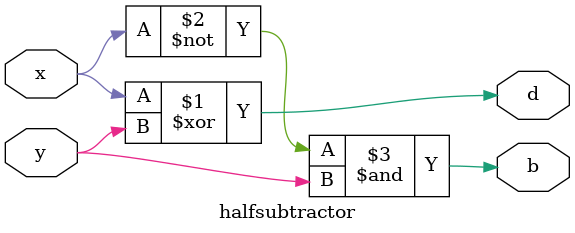
<source format=v>
module halfsubtractor(
	input wire x,
	input wire y,
	output wire d,
	output wire b
);
assign d = x^y;
assign b = (~x) & y;
endmodule


</source>
